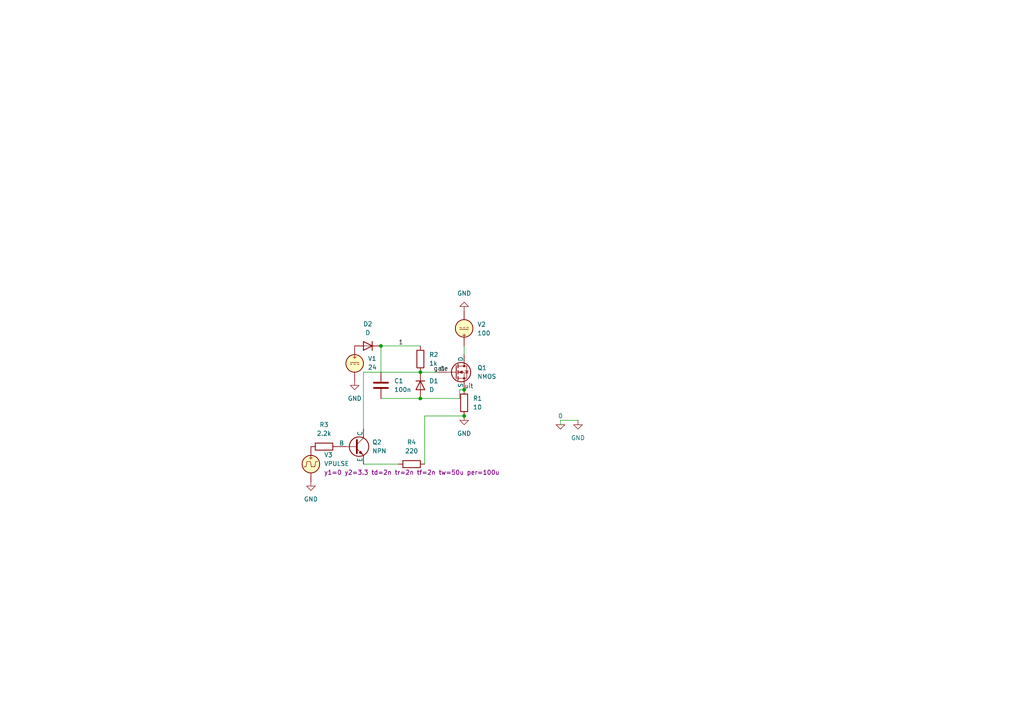
<source format=kicad_sch>
(kicad_sch (version 20231120) (generator "eeschema") (generator_version "8.0")
  (paper "A4")
  (lib_symbols
    (symbol "Device:C" (pin_numbers hide) (pin_names (offset 0.254))
      (property "Reference" "C" (at 0.635 2.54 0))
      (property "Value" "C" (at 0.635 -2.54 0))
      (symbol "C_0_1"
        (polyline (pts (xy -2.032 -0.762) (xy 2.032 -0.762)) (stroke (width 0.508)))
        (polyline (pts (xy -2.032 0.762) (xy 2.032 0.762)) (stroke (width 0.508)))
      )
      (symbol "C_1_1"
        (pin passive line (at 0 3.81 270) (length 2.794) (name "~") (number "1"))
        (pin passive line (at 0 -3.81 90) (length 2.794) (name "~") (number "2"))
      )
    )
    (symbol "Device:D" (pin_numbers hide) (pin_names (offset 1.016) hide)
      (property "Reference" "D" (at 0 2.54 0))
      (property "Value" "D" (at 0 -2.54 0))
      (symbol "D_0_1"
        (polyline (pts (xy -1.27 1.27) (xy -1.27 -1.27)) (stroke (width 0.254)))
        (polyline (pts (xy 1.27 0) (xy -1.27 0)))
        (polyline (pts (xy 1.27 1.27) (xy 1.27 -1.27) (xy -1.27 0) (xy 1.27 1.27)) (stroke (width 0.254)))
      )
      (symbol "D_1_1"
        (pin passive line (at -3.81 0 0) (length 2.54) (name "K") (number "1"))
        (pin passive line (at 3.81 0 180) (length 2.54) (name "A") (number "2"))
      )
    )
    (symbol "Device:R" (pin_numbers hide) (pin_names (offset 0))
      (property "Reference" "R" (at 2.032 0 90))
      (property "Value" "R" (at 0 0 90))
      (symbol "R_0_1"
        (rectangle (start -1.016 -2.54) (end 1.016 2.54) (stroke (width 0.254)))
      )
      (symbol "R_1_1"
        (pin passive line (at 0 3.81 270) (length 1.27) (name "~") (number "1"))
        (pin passive line (at 0 -3.81 90) (length 1.27) (name "~") (number "2"))
      )
    )
    (symbol "Simulation_SPICE:0" (power) (pin_numbers hide) (pin_names (offset 0) hide)
      (property "Value" "0" (at 0 -2.54 0))
      (symbol "0_0_1"
        (polyline (pts (xy -1.27 0) (xy 0 -1.27) (xy 1.27 0) (xy -1.27 0)))
      )
      (symbol "0_1_1"
        (pin power_in line (at 0 0 0) (length 0) (name "~") (number "1"))
      )
    )
    (symbol "Simulation_SPICE:NMOS" (pin_numbers hide) (pin_names (offset 0))
      (property "Reference" "Q" (at 5.08 1.27 0))
      (property "Value" "NMOS" (at 5.08 -1.27 0))
      (symbol "NMOS_0_1"
        (polyline (pts (xy 0.254 0) (xy -2.54 0)))
        (polyline (pts (xy 0.254 1.905) (xy 0.254 -1.905)) (stroke (width 0.254)))
        (polyline (pts (xy 0.762 -1.27) (xy 0.762 -2.286)) (stroke (width 0.254)))
        (polyline (pts (xy 0.762 0.508) (xy 0.762 -0.508)) (stroke (width 0.254)))
        (polyline (pts (xy 0.762 2.286) (xy 0.762 1.27)) (stroke (width 0.254)))
        (polyline (pts (xy 2.54 2.54) (xy 2.54 1.778)))
        (polyline (pts (xy 2.54 -2.54) (xy 2.54 0) (xy 0.762 0)))
        (polyline (pts (xy 0.762 -1.778) (xy 3.302 -1.778) (xy 3.302 1.778) (xy 0.762 1.778)))
        (polyline (pts (xy 1.016 0) (xy 2.032 0.381) (xy 2.032 -0.381) (xy 1.016 0)) (fill (type outline)))
        (polyline (pts (xy 2.794 0.508) (xy 2.921 0.381) (xy 3.683 0.381) (xy 3.81 0.254)))
        (polyline (pts (xy 3.302 0.381) (xy 2.921 -0.254) (xy 3.683 -0.254) (xy 3.302 0.381)))
        (circle (center 1.651 0) (radius 2.794) (stroke (width 0.254)))
        (circle (center 2.54 -1.778) (radius 0.254) (fill (type outline)))
        (circle (center 2.54 1.778) (radius 0.254) (fill (type outline)))
      )
      (symbol "NMOS_1_1"
        (pin passive line (at 2.54 5.08 270) (length 2.54) (name "D") (number "1"))
        (pin input line (at -5.08 0 0) (length 2.54) (name "G") (number "2"))
        (pin passive line (at 2.54 -5.08 90) (length 2.54) (name "S") (number "3"))
      )
    )
    (symbol "Simulation_SPICE:NPN" (pin_numbers hide) (pin_names (offset 0))
      (property "Reference" "Q" (at -2.54 7.62 0))
      (property "Value" "NPN" (at -2.54 5.08 0))
      (symbol "NPN_0_1"
        (polyline (pts (xy -2.54 0) (xy 0.635 0)) (stroke (width 0.1524)))
        (polyline (pts (xy 0.635 0.635) (xy 2.54 2.54)))
        (polyline (pts (xy 2.794 -1.27) (xy 2.794 -1.27)) (stroke (width 0.1524)))
        (polyline (pts (xy 2.794 -1.27) (xy 2.794 -1.27)) (stroke (width 0.1524)))
        (polyline (pts (xy 0.635 -0.635) (xy 2.54 -2.54) (xy 2.54 -2.54)))
        (polyline (pts (xy 0.635 1.905) (xy 0.635 -1.905) (xy 0.635 -1.905)) (stroke (width 0.508)))
        (polyline (pts (xy 1.27 -1.778) (xy 1.778 -1.27) (xy 2.286 -2.286) (xy 1.27 -1.778) (xy 1.27 -1.778)) (fill (type outline)))
        (circle (center 1.27 0) (radius 2.8194) (stroke (width 0.254)))
      )
      (symbol "NPN_1_1"
        (pin open_collector line (at 2.54 5.08 270) (length 2.54) (name "C") (number "1"))
        (pin input line (at -5.08 0 0) (length 2.54) (name "B") (number "2"))
        (pin open_emitter line (at 2.54 -5.08 90) (length 2.54) (name "E") (number "3"))
      )
    )
    (symbol "Simulation_SPICE:VDC" (pin_numbers hide) (pin_names (offset 0.0254))
      (property "Reference" "V" (at 2.54 2.54 0))
      (property "Value" "1" (at 2.54 0 0))
      (symbol "VDC_0_0"
        (polyline (pts (xy -1.27 0.254) (xy 1.27 0.254)))
        (polyline (pts (xy -0.762 -0.254) (xy -1.27 -0.254)))
        (polyline (pts (xy 0.254 -0.254) (xy -0.254 -0.254)))
        (polyline (pts (xy 1.27 -0.254) (xy 0.762 -0.254)))
        (text "+" (at 0 1.905 0) (effects (font (size 1.27 1.27))))
      )
      (symbol "VDC_0_1"
        (circle (center 0 0) (radius 2.54) (stroke (width 0.254)) (fill (type background)))
      )
      (symbol "VDC_1_1"
        (pin passive line (at 0 5.08 270) (length 2.54) (name "~") (number "1"))
        (pin passive line (at 0 -5.08 90) (length 2.54) (name "~") (number "2"))
      )
    )
    (symbol "Simulation_SPICE:VPULSE" (pin_numbers hide) (pin_names (offset 0.0254))
      (property "Reference" "V" (at 2.54 2.54 0))
      (property "Value" "VPULSE" (at 2.54 0 0))
      (property "Sim.Params" "y1=0 y2=1 td=2n tr=2n tf=2n tw=50n per=100n" (at 2.54 -2.54 0))
      (symbol "VPULSE_0_0"
        (polyline (pts (xy -2.032 -0.762) (xy -1.397 -0.762) (xy -1.143 0.762) (xy -0.127 0.762) (xy 0.127 -0.762) (xy 1.143 -0.762) (xy 1.397 0.762) (xy 2.032 0.762)))
        (text "+" (at 0 1.905 0) (effects (font (size 1.27 1.27))))
      )
      (symbol "VPULSE_0_1"
        (circle (center 0 0) (radius 2.54) (stroke (width 0.254)) (fill (type background)))
      )
      (symbol "VPULSE_1_1"
        (pin passive line (at 0 5.08 270) (length 2.54) (name "~") (number "1"))
        (pin passive line (at 0 -5.08 90) (length 2.54) (name "~") (number "2"))
      )
    )
    (symbol "power:GND" (power) (pin_numbers hide) (pin_names (offset 0) hide)
      (property "Value" "GND" (at 0 -3.81 0))
      (symbol "GND_0_1"
        (polyline (pts (xy 0 0) (xy 0 -1.27) (xy 1.27 -1.27) (xy 0 -2.54) (xy -1.27 -1.27) (xy 0 -1.27)))
      )
      (symbol "GND_1_1"
        (pin power_in line (at 0 0 270) (length 0) (name "~") (number "1"))
      )
    )
  )
  (junction (at 121.92 115.57))
  (junction (at 110.49 100.33))
  (junction (at 134.62 120.65))
  (junction (at 121.92 107.95))
  (junction (at 134.62 113.03))
  (wire (pts (xy 105.41 134.62) (xy 115.57 134.62)))
  (wire (pts (xy 121.92 107.95) (xy 127 107.95)))
  (wire (pts (xy 105.41 107.95) (xy 105.41 124.46)))
  (wire (pts (xy 121.92 115.57) (xy 133.35 115.57)))
  (wire (pts (xy 162.56 123.19) (xy 162.56 121.92)))
  (wire (pts (xy 121.92 100.33) (xy 110.49 100.33)))
  (wire (pts (xy 123.19 134.62) (xy 123.19 120.65)))
  (wire (pts (xy 133.35 113.03) (xy 134.62 113.03)))
  (wire (pts (xy 110.49 100.33) (xy 110.49 107.95)))
  (wire (pts (xy 162.56 121.92) (xy 167.64 121.92)))
  (wire (pts (xy 123.19 120.65) (xy 134.62 120.65)))
  (wire (pts (xy 134.62 100.33) (xy 134.62 102.87)))
  (wire (pts (xy 105.41 107.95) (xy 121.92 107.95)))
  (wire (pts (xy 110.49 115.57) (xy 121.92 115.57)))
  (wire (pts (xy 133.35 115.57) (xy 133.35 113.03)))
  (label "uit" (at 134.62 113.03 0))
  (label "1" (at 115.57 100.33 0))
  (label "gate" (at 125.73 107.95 0))
  (symbol (lib_id "Simulation_SPICE:VDC") (at 102.87 105.41 0) (unit 1)
    (property "Reference" "V1" (at 106.68 104.0101 0) (effects (justify left)))
    (property "Value" "24" (at 106.68 106.5501 0) (effects (justify left)))
    (property "Datasheet" "https://ngspice.sourceforge.io/docs/ngspice-html-manual/manual.xhtml#sec_Independent_Sources_for" (effects (hide yes)))
    (property "Description" "Voltage source, DC" (effects (hide yes)))
    (property "Sim.Pins" "1=+ 2=-" (effects (hide yes)))
    (property "Sim.Type" "DC" (effects (hide yes)))
    (property "Sim.Device" "V" (effects (hide yes)))
  )
  (symbol (lib_id "Device:R") (at 121.92 104.14 0) (unit 1)
    (property "Reference" "R2" (at 124.46 102.8699 0) (effects (justify left)))
    (property "Value" "1k" (at 124.46 105.4099 0) (effects (justify left)))
    (property "Description" "Resistor" (effects (hide yes)))
  )
  (symbol (lib_id "power:GND") (at 134.62 90.17 180) (unit 1)
    (property "Reference" "#PWR01" (effects (hide yes)))
    (property "Value" "GND" (at 134.62 85.09 0))
    (property "Description" "Power symbol creates a global label with name \"GND\" , ground" (effects (hide yes)))
  )
  (symbol (lib_id "Device:C") (at 110.49 111.76 0) (unit 1)
    (property "Reference" "C1" (at 114.3 110.4899 0) (effects (justify left)))
    (property "Value" "100n" (at 114.3 113.0299 0) (effects (justify left)))
    (property "Description" "Unpolarized capacitor" (effects (hide yes)))
  )
  (symbol (lib_id "Simulation_SPICE:VDC") (at 134.62 95.25 180) (unit 1)
    (property "Reference" "V2" (at 138.43 94.1097 0) (effects (justify right)))
    (property "Value" "100" (at 138.43 96.6497 0) (effects (justify right)))
    (property "Datasheet" "https://ngspice.sourceforge.io/docs/ngspice-html-manual/manual.xhtml#sec_Independent_Sources_for" (effects (hide yes)))
    (property "Description" "Voltage source, DC" (effects (hide yes)))
    (property "Sim.Pins" "1=+ 2=-" (effects (hide yes)))
    (property "Sim.Type" "DC" (effects (hide yes)))
    (property "Sim.Device" "V" (effects (hide yes)))
  )
  (symbol (lib_id "Simulation_SPICE:NMOS") (at 132.08 107.95 0) (unit 1)
    (property "Reference" "Q1" (at 138.43 106.6799 0) (effects (justify left)))
    (property "Value" "NMOS" (at 138.43 109.2199 0) (effects (justify left)))
    (property "Datasheet" "https://ngspice.sourceforge.io/docs/ngspice-html-manual/manual.xhtml#cha_MOSFETs" (effects (hide yes)))
    (property "Description" "N-MOSFET transistor, drain/source/gate" (effects (hide yes)))
    (property "Sim.Device" "NMOS" (effects (hide yes)))
    (property "Sim.Type" "VDMOS" (effects (hide yes)))
    (property "Sim.Pins" "1=D 2=G 3=S" (effects (hide yes)))
  )
  (symbol (lib_id "Device:R") (at 134.62 116.84 0) (unit 1)
    (property "Reference" "R1" (at 137.16 115.5699 0) (effects (justify left)))
    (property "Value" "10" (at 137.16 118.1099 0) (effects (justify left)))
    (property "Description" "Resistor" (effects (hide yes)))
  )
  (symbol (lib_id "Simulation_SPICE:0") (at 162.56 123.19 0) (unit 1)
    (property "Reference" "#GND01" (effects (hide yes)))
    (property "Value" "0" (at 162.56 120.65 0))
    (property "Datasheet" "https://ngspice.sourceforge.io/docs/ngspice-html-manual/manual.xhtml#subsec_Circuit_elements__device" (effects (hide yes)))
    (property "Description" "0V reference potential for simulation" (effects (hide yes)))
  )
  (symbol (lib_id "Simulation_SPICE:VPULSE") (at 90.17 134.62 0) (unit 1)
    (property "Reference" "V3" (at 93.98 131.9501 0) (effects (justify left)))
    (property "Value" "VPULSE" (at 93.98 134.4901 0) (effects (justify left)))
    (property "Datasheet" "https://ngspice.sourceforge.io/docs/ngspice-html-manual/manual.xhtml#sec_Independent_Sources_for" (effects (hide yes)))
    (property "Description" "Voltage source, pulse" (effects (hide yes)))
    (property "Sim.Pins" "1=+ 2=-" (effects (hide yes)))
    (property "Sim.Type" "PULSE" (effects (hide yes)))
    (property "Sim.Device" "V" (effects (hide yes)))
    (property "Sim.Params" "y1=0 y2=3.3 td=2n tr=2n tf=2n tw=50u per=100u" (at 93.98 137.0301 0) (effects (justify left)))
  )
  (symbol (lib_id "power:GND") (at 134.62 120.65 0) (unit 1)
    (property "Reference" "#PWR02" (effects (hide yes)))
    (property "Value" "GND" (at 134.62 125.73 0))
    (property "Description" "Power symbol creates a global label with name \"GND\" , ground" (effects (hide yes)))
  )
  (symbol (lib_id "power:GND") (at 90.17 139.7 0) (unit 1)
    (property "Reference" "#PWR04" (effects (hide yes)))
    (property "Value" "GND" (at 90.17 144.78 0))
    (property "Description" "Power symbol creates a global label with name \"GND\" , ground" (effects (hide yes)))
  )
  (symbol (lib_id "Device:R") (at 93.98 129.54 270) (unit 1)
    (property "Reference" "R3" (at 93.98 123.19 90))
    (property "Value" "2.2k" (at 93.98 125.73 90))
    (property "Description" "Resistor" (effects (hide yes)))
  )
  (symbol (lib_id "power:GND") (at 167.64 121.92 0) (unit 1)
    (property "Reference" "#PWR05" (effects (hide yes)))
    (property "Value" "GND" (at 167.64 127 0))
    (property "Description" "Power symbol creates a global label with name \"GND\" , ground" (effects (hide yes)))
  )
  (symbol (lib_id "Simulation_SPICE:NPN") (at 102.87 129.54 0) (unit 1)
    (property "Reference" "Q2" (at 107.95 128.2699 0) (effects (justify left)))
    (property "Value" "NPN" (at 107.95 130.8099 0) (effects (justify left)))
    (property "Datasheet" "https://ngspice.sourceforge.io/docs/ngspice-html-manual/manual.xhtml#cha_BJTs" (effects (hide yes)))
    (property "Description" "Bipolar transistor symbol for simulation only, substrate tied to the emitter" (effects (hide yes)))
    (property "Sim.Device" "NPN" (effects (hide yes)))
    (property "Sim.Type" "GUMMELPOON" (effects (hide yes)))
    (property "Sim.Pins" "1=C 2=B 3=E" (effects (hide yes)))
  )
  (symbol (lib_id "Device:D") (at 106.68 100.33 180) (unit 1)
    (property "Reference" "D2" (at 106.68 93.98 0))
    (property "Value" "D" (at 106.68 96.52 0))
    (property "Description" "Diode" (effects (hide yes)))
    (property "Sim.Device" "D" (effects (hide yes)))
    (property "Sim.Pins" "1=K 2=A" (effects (hide yes)))
  )
  (symbol (lib_id "Device:D") (at 121.92 111.76 270) (unit 1)
    (property "Reference" "D1" (at 124.46 110.4899 90) (effects (justify left)))
    (property "Value" "D" (at 124.46 113.0299 90) (effects (justify left)))
    (property "Description" "Diode" (effects (hide yes)))
    (property "Sim.Device" "D" (effects (hide yes)))
    (property "Sim.Pins" "1=K 2=A" (effects (hide yes)))
  )
  (symbol (lib_id "power:GND") (at 102.87 110.49 0) (unit 1)
    (property "Reference" "#PWR03" (effects (hide yes)))
    (property "Value" "GND" (at 102.87 115.57 0))
    (property "Description" "Power symbol creates a global label with name \"GND\" , ground" (effects (hide yes)))
  )
  (symbol (lib_id "Device:R") (at 119.38 134.62 270) (unit 1)
    (property "Reference" "R4" (at 119.38 128.27 90))
    (property "Value" "220" (at 119.38 130.81 90))
    (property "Description" "Resistor" (effects (hide yes)))
  )
)
</source>
